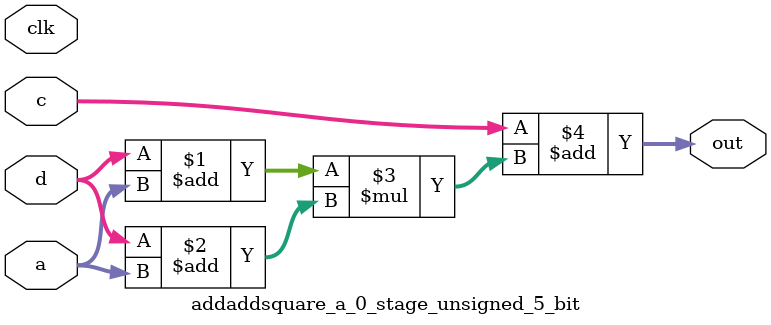
<source format=sv>
(* use_dsp = "yes" *) module addaddsquare_a_0_stage_unsigned_5_bit(
	input  [4:0] a,
	input  [4:0] c,
	input  [4:0] d,
	output [4:0] out,
	input clk);

	assign out = c + ((d + a) * (d + a));
endmodule

</source>
